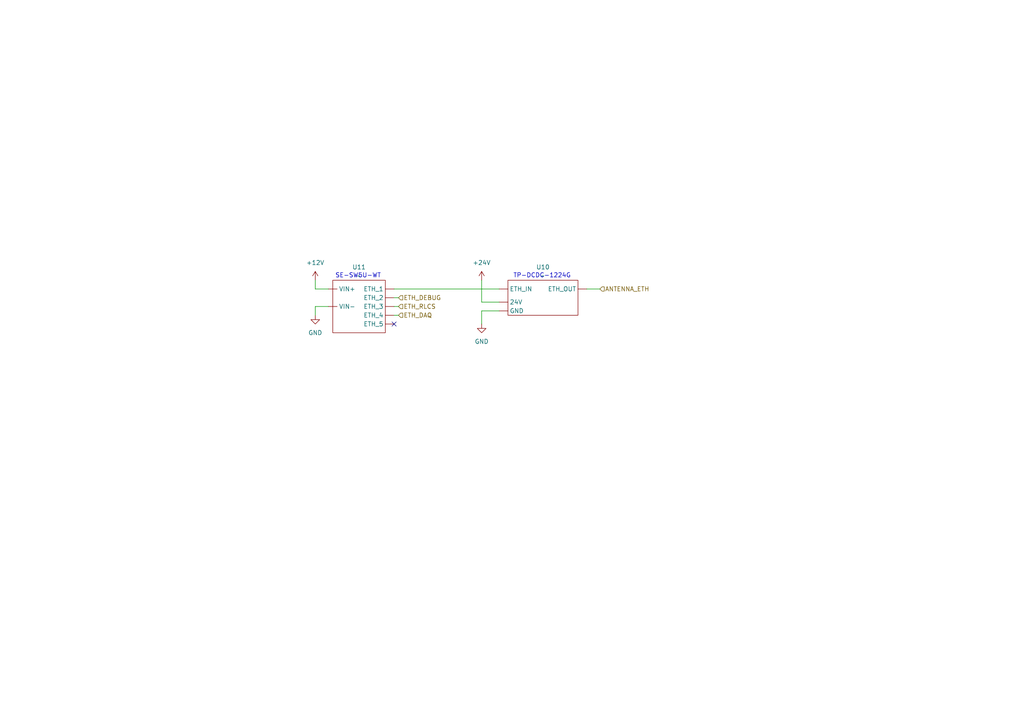
<source format=kicad_sch>
(kicad_sch (version 20231120) (generator "eeschema") (generator_version "8.0")
  (paper "A4")
  (lib_symbols
    (symbol "automedon:ETH_SW"
      (property "Reference" "U" (at 0 0 0))
      (symbol "ETH_SW_0_1"
        (rectangle (start -7.62 -2.54) (end 7.62 -17.78))
      )
      (symbol "ETH_SW_1_1"
        (pin power_out line (at 10.16 -5.08 180) (length 2.54) (name "ETH_1") (number ""))
        (pin power_out line (at 10.16 -7.62 180) (length 2.54) (name "ETH_2") (number ""))
        (pin power_out line (at 10.16 -10.16 180) (length 2.54) (name "ETH_3") (number ""))
        (pin power_out line (at 10.16 -12.7 180) (length 2.54) (name "ETH_4") (number ""))
        (pin power_out line (at 10.16 -15.24 180) (length 2.54) (name "ETH_5") (number ""))
        (pin input line (at -8.89 -5.08 0) (length 2.54) (name "VIN+") (number ""))
        (pin input line (at -8.89 -10.16 0) (length 2.54) (name "VIN-") (number ""))
      )
    )
    (symbol "automedon:POE_INJ"
      (property "Reference" "U" (at 0 0 0))
      (symbol "POE_INJ_0_1"
        (rectangle (start -10.16 -2.54) (end 10.16 -12.7))
      )
      (symbol "POE_INJ_1_1"
        (pin power_out line (at -12.7 -8.89 0) (length 2.54) (name "24V") (number ""))
        (pin power_out line (at -12.7 -5.08 0) (length 2.54) (name "ETH_IN") (number ""))
        (pin power_out line (at 12.7 -5.08 180) (length 2.54) (name "ETH_OUT") (number ""))
        (pin power_out line (at -12.7 -11.43 0) (length 2.54) (name "GND") (number ""))
      )
    )
    (symbol "power:+12V" (power) (pin_numbers hide) (pin_names (offset 0) hide)
      (property "Value" "+12V" (at 0 3.556 0))
      (symbol "+12V_0_1"
        (polyline (pts (xy -0.762 1.27) (xy 0 2.54)))
        (polyline (pts (xy 0 0) (xy 0 2.54)))
        (polyline (pts (xy 0 2.54) (xy 0.762 1.27)))
      )
      (symbol "+12V_1_1"
        (pin power_in line (at 0 0 90) (length 0) (name "~") (number "1"))
      )
    )
    (symbol "power:+24V" (power) (pin_numbers hide) (pin_names (offset 0) hide)
      (property "Value" "+24V" (at 0 3.556 0))
      (symbol "+24V_0_1"
        (polyline (pts (xy -0.762 1.27) (xy 0 2.54)))
        (polyline (pts (xy 0 0) (xy 0 2.54)))
        (polyline (pts (xy 0 2.54) (xy 0.762 1.27)))
      )
      (symbol "+24V_1_1"
        (pin power_in line (at 0 0 90) (length 0) (name "~") (number "1"))
      )
    )
    (symbol "power:GND" (power) (pin_numbers hide) (pin_names (offset 0) hide)
      (property "Value" "GND" (at 0 -3.81 0))
      (symbol "GND_0_1"
        (polyline (pts (xy 0 0) (xy 0 -1.27) (xy 1.27 -1.27) (xy 0 -2.54) (xy -1.27 -1.27) (xy 0 -1.27)))
      )
      (symbol "GND_1_1"
        (pin power_in line (at 0 0 270) (length 0) (name "~") (number "1"))
      )
    )
  )
  (no_connect (at 114.3 93.98))
  (wire (pts (xy 91.44 88.9) (xy 91.44 91.44)))
  (wire (pts (xy 95.25 83.82) (xy 91.44 83.82)))
  (wire (pts (xy 114.3 83.82) (xy 144.78 83.82)))
  (wire (pts (xy 173.99 83.82) (xy 170.18 83.82)))
  (wire (pts (xy 144.78 90.17) (xy 139.7 90.17)))
  (wire (pts (xy 91.44 83.82) (xy 91.44 81.28)))
  (wire (pts (xy 139.7 90.17) (xy 139.7 93.98)))
  (wire (pts (xy 114.3 88.9) (xy 115.57 88.9)))
  (wire (pts (xy 115.57 86.36) (xy 114.3 86.36)))
  (wire (pts (xy 144.78 87.63) (xy 139.7 87.63)))
  (wire (pts (xy 95.25 88.9) (xy 91.44 88.9)))
  (wire (pts (xy 114.3 91.44) (xy 115.57 91.44)))
  (wire (pts (xy 139.7 87.63) (xy 139.7 81.28)))
  (text "TP-DCDC-1224G" (at 157.226 80.01 0) (effects (font (size 1.27 1.27))))
  (text "SE-SW5U-WT" (at 103.886 80.01 0) (effects (font (size 1.27 1.27))))
  (hierarchical_label "ETH_RLCS" (shape input) (at 115.57 88.9 0))
  (hierarchical_label "ANTENNA_ETH" (shape input) (at 173.99 83.82 0))
  (hierarchical_label "ETH_DAQ" (shape input) (at 115.57 91.44 0))
  (hierarchical_label "ETH_DEBUG" (shape input) (at 115.57 86.36 0))
  (symbol (lib_id "power:+12V") (at 91.44 81.28 0) (unit 1)
    (property "Reference" "#PWR019" (effects (hide yes)))
    (property "Value" "+12V" (at 91.44 76.2 0))
    (property "Description" "Power symbol creates a global label with name \"+12V\"" (effects (hide yes)))
  )
  (symbol (lib_id "power:+24V") (at 139.7 81.28 0) (unit 1)
    (property "Reference" "#PWR017" (effects (hide yes)))
    (property "Value" "+24V" (at 139.7 76.2 0))
    (property "Description" "Power symbol creates a global label with name \"+24V\"" (effects (hide yes)))
  )
  (symbol (lib_id "automedon:POE_INJ") (at 157.48 78.74 0) (unit 1)
    (property "Reference" "U10" (at 157.48 77.47 0))
    (property "Value" "~" (at 157.48 80.01 0))
  )
  (symbol (lib_id "power:GND") (at 91.44 91.44 0) (unit 1)
    (property "Reference" "#PWR020" (effects (hide yes)))
    (property "Value" "GND" (at 91.44 96.52 0))
    (property "Description" "Power symbol creates a global label with name \"GND\" , ground" (effects (hide yes)))
  )
  (symbol (lib_id "power:GND") (at 139.7 93.98 0) (unit 1)
    (property "Reference" "#PWR018" (effects (hide yes)))
    (property "Value" "GND" (at 139.7 99.06 0))
    (property "Description" "Power symbol creates a global label with name \"GND\" , ground" (effects (hide yes)))
  )
  (symbol (lib_id "automedon:ETH_SW") (at 104.14 78.74 0) (unit 1)
    (property "Reference" "U11" (at 104.14 77.47 0))
    (property "Value" "~" (at 104.14 80.01 0))
  )
)
</source>
